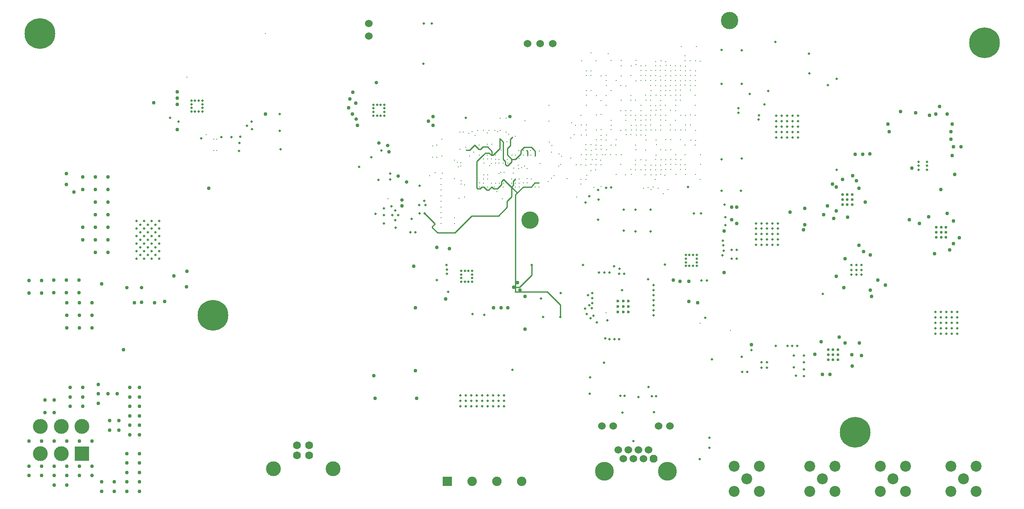
<source format=gbr>
%TF.GenerationSoftware,Altium Limited,Altium Designer,23.11.1 (41)*%
G04 Layer_Physical_Order=9*
G04 Layer_Color=32896*
%FSLAX45Y45*%
%MOMM*%
%TF.SameCoordinates,5B37CA9A-06B1-4671-AC7C-9F047A950D05*%
%TF.FilePolarity,Positive*%
%TF.FileFunction,Copper,L9,Inr,Signal*%
%TF.Part,Single*%
G01*
G75*
%TA.AperFunction,Conductor*%
%ADD103C,0.23978*%
%TA.AperFunction,ComponentPad*%
%ADD110C,6.20000*%
%ADD111C,3.50000*%
%ADD112C,2.20000*%
%ADD113C,3.00000*%
%ADD114R,3.00000X3.00000*%
%ADD115R,1.90500X1.90500*%
%ADD116C,1.90500*%
%ADD117C,1.60000*%
%ADD118C,0.60000*%
%ADD119C,1.52400*%
G04:AMPARAMS|DCode=120|XSize=1.524mm|YSize=1.524mm|CornerRadius=0mm|HoleSize=0mm|Usage=FLASHONLY|Rotation=0.000|XOffset=0mm|YOffset=0mm|HoleType=Round|Shape=Octagon|*
%AMOCTAGOND120*
4,1,8,0.76200,-0.38100,0.76200,0.38100,0.38100,0.76200,-0.38100,0.76200,-0.76200,0.38100,-0.76200,-0.38100,-0.38100,-0.76200,0.38100,-0.76200,0.76200,-0.38100,0.0*
%
%ADD120OCTAGOND120*%

%ADD121C,3.81000*%
%TA.AperFunction,ViaPad*%
%ADD122C,0.76200*%
%ADD123C,0.50000*%
%ADD124C,0.30480*%
%ADD125C,0.50800*%
%ADD126C,0.71120*%
%ADD127C,0.55880*%
D103*
X10115800Y4286000D02*
X10760960D01*
X10117240Y4376000D02*
Y6239924D01*
X9777839Y5820721D02*
X9947539Y5990421D01*
Y6114679D02*
X10039979Y6207119D01*
X9947539Y5990421D02*
Y6114679D01*
X10039979Y6207119D02*
Y6402664D01*
X8902700Y5481320D02*
X9242101Y5820721D01*
X9777839D01*
X8549988Y5481320D02*
X8902700D01*
X8447812Y5603360D02*
X8491448Y5646997D01*
X8447812Y5583497D02*
Y5603360D01*
Y5583497D02*
X8549988Y5481320D01*
X8292004Y5866304D02*
X8491448Y5666860D01*
Y5646997D02*
Y5666860D01*
X10234445Y7070649D02*
Y7135050D01*
X10300295Y7200900D01*
X10444480D01*
X10198082Y7034285D02*
X10234445Y7070649D01*
X10444480Y7200900D02*
X10502900Y7142480D01*
Y7140721D02*
Y7142480D01*
X10515600Y7030720D02*
Y7128021D01*
X10502900Y7140721D02*
X10515600Y7128021D01*
X10345420Y7138181D02*
X10363200Y7120401D01*
Y7038340D02*
Y7120401D01*
X10345420Y7138181D02*
Y7139940D01*
X10047948Y6959404D02*
X10048258Y6959714D01*
X10047948Y6908508D02*
Y6959404D01*
X9969500Y6830060D02*
X10047948Y6908508D01*
X9942124Y6830060D02*
X9969500D01*
X9914656Y6857528D02*
X9942124Y6830060D01*
X9873902Y6959324D02*
X9914656Y6918570D01*
Y6857528D02*
Y6918570D01*
X10048258Y6959714D02*
X10123511D01*
X10198082Y7034285D01*
X10020300Y7239066D02*
Y7366000D01*
X10064750Y7410450D01*
X9959340Y7178106D02*
X10020300Y7239066D01*
X9959340Y7048632D02*
Y7178106D01*
Y7048632D02*
X10048258Y6959714D01*
X9810750Y7374890D02*
X9873902Y7311738D01*
Y6959324D02*
Y7311738D01*
X9633933Y7043923D02*
X9649460Y7059449D01*
X9558020Y7211060D02*
X9649460Y7119620D01*
X9633933Y7042163D02*
Y7043923D01*
X9649460Y7059449D02*
Y7119620D01*
X9633933Y7042163D02*
X9671063D01*
X9810750Y7181850D01*
Y7374890D01*
X9465940Y7211060D02*
X9558020D01*
X9385043Y7163057D02*
X9417937D01*
X9302750Y7245350D02*
X9385043Y7163057D01*
X9417937D02*
X9465940Y7211060D01*
X9199880Y7142480D02*
X9302750Y7245350D01*
X9131300Y7142480D02*
X9199880D01*
X9471302Y7040571D02*
X9518556Y7087825D01*
X9345050Y6381436D02*
Y6914319D01*
X9471302Y7040571D01*
X9345050Y6381436D02*
X9359096Y6367390D01*
X9588272Y7087825D02*
X9633933Y7042163D01*
X9518556Y7087825D02*
X9588272D01*
X9359096Y6367390D02*
X9411334D01*
X9441560Y6397616D01*
X9488215D01*
X9489459Y6398860D01*
X9584281Y6342380D02*
X9641849Y6399948D01*
X9545939Y6342380D02*
X9584281D01*
X9489459Y6398860D02*
X9545939Y6342380D01*
X10157175Y6279860D02*
X10279980Y6402664D01*
X10117240Y6239924D02*
X10157175Y6279860D01*
Y6285468D01*
X10039979Y6402664D02*
X10157175Y6285468D01*
X10039979Y6402664D02*
X10080734Y6443419D01*
Y6520741D02*
X10119980Y6559987D01*
X10080734Y6443419D02*
Y6520741D01*
X9886208Y6555140D02*
X10038684Y6402664D01*
X9884912Y6555140D02*
X9886208D01*
X10038684Y6402664D02*
X10039979D01*
X9859357Y6531345D02*
X9883152Y6555140D01*
X9840074Y6514390D02*
X9857029Y6531345D01*
X9883152Y6555140D02*
X9884912D01*
X9857029Y6531345D02*
X9859357D01*
X9840074Y6451714D02*
Y6514390D01*
X9753881Y6365521D02*
X9840074Y6451714D01*
X9678034Y6365521D02*
X9753881D01*
X9643608Y6399948D02*
X9678034Y6365521D01*
X9641849Y6399948D02*
X9643608D01*
X10760960Y4286000D02*
X11026140Y4020820D01*
Y3779520D02*
Y4020820D01*
X10454640Y4625340D02*
Y4826000D01*
X10205300Y4376000D02*
X10454640Y4625340D01*
X10117240Y4376000D02*
X10205300D01*
X10116520Y4286720D02*
Y4375280D01*
X10117240Y4376000D01*
X10115800Y4286000D02*
X10116520Y4286720D01*
X10279980Y6402664D02*
X10439980D01*
X10477438Y6446458D02*
X10513651Y6482671D01*
X10439980Y6402664D02*
X10477438Y6440122D01*
Y6446458D01*
X10513651Y6482671D02*
X10590887D01*
D110*
X16967200Y1447800D02*
D03*
X19574646Y9311709D02*
D03*
X533400Y9499600D02*
D03*
X4025798Y3806550D02*
D03*
D111*
X14438298Y9761666D02*
D03*
X10418298Y5731666D02*
D03*
D112*
X19151601Y507200D02*
D03*
X19405600Y761200D02*
D03*
Y253200D02*
D03*
X18897600D02*
D03*
Y761200D02*
D03*
X17729201Y508000D02*
D03*
X17983200Y762000D02*
D03*
Y254000D02*
D03*
X17475200D02*
D03*
Y762000D02*
D03*
X16306799Y508000D02*
D03*
X16560800Y762000D02*
D03*
Y254000D02*
D03*
X16052800D02*
D03*
Y762000D02*
D03*
X14782800Y508000D02*
D03*
X15036800Y762000D02*
D03*
Y254000D02*
D03*
X14528799D02*
D03*
Y762000D02*
D03*
D113*
X545200Y1017050D02*
D03*
X965200D02*
D03*
X545200Y1567050D02*
D03*
X965200D02*
D03*
X1385200D02*
D03*
X5240000Y711200D02*
D03*
X6444000D02*
D03*
D114*
X1385200Y1017050D02*
D03*
D115*
X8749600Y457200D02*
D03*
D116*
X9249600D02*
D03*
X9749600D02*
D03*
X10249600D02*
D03*
D117*
X5967000Y1181200D02*
D03*
X5717000D02*
D03*
X5967000Y981200D02*
D03*
X5717000D02*
D03*
D118*
X12400600Y4095600D02*
D03*
Y3988600D02*
D03*
Y3881600D02*
D03*
X12293600Y4095600D02*
D03*
Y3988600D02*
D03*
Y3881600D02*
D03*
X12186600Y4095600D02*
D03*
Y3988600D02*
D03*
Y3881600D02*
D03*
D119*
X13004800Y1574800D02*
D03*
X12090400D02*
D03*
X13233400D02*
D03*
X12192000Y1092200D02*
D03*
X12395200D02*
D03*
X12598400D02*
D03*
X12801601D02*
D03*
X12293600Y914400D02*
D03*
X12496800D02*
D03*
X12700000D02*
D03*
X11861800Y1574800D02*
D03*
X7162800Y9702800D02*
D03*
Y9448800D02*
D03*
X10871200Y9296400D02*
D03*
X10363200D02*
D03*
X10617200D02*
D03*
D120*
X12903200Y914400D02*
D03*
D121*
X11912600Y660400D02*
D03*
X13182600D02*
D03*
D122*
X2222500Y3111500D02*
D03*
X571500Y4254500D02*
D03*
Y4508500D02*
D03*
X317500Y4254500D02*
D03*
Y4508500D02*
D03*
X1079500Y3810000D02*
D03*
Y3556000D02*
D03*
Y4064000D02*
D03*
X817791Y4517800D02*
D03*
Y4263800D02*
D03*
X1325791Y4517800D02*
D03*
X1071791D02*
D03*
X1325791Y4263800D02*
D03*
X1071791D02*
D03*
X1587500Y4064000D02*
D03*
X1333500D02*
D03*
X1587500Y3556000D02*
D03*
Y3810000D02*
D03*
X1333500Y3556000D02*
D03*
Y3810000D02*
D03*
X1219200Y6299200D02*
D03*
X1778000Y4445000D02*
D03*
X1905000Y5080000D02*
D03*
X1651000D02*
D03*
Y6096000D02*
D03*
Y5842000D02*
D03*
Y5588000D02*
D03*
X1905000Y6096000D02*
D03*
Y5842000D02*
D03*
Y5588000D02*
D03*
X1397000D02*
D03*
X1905000Y5334000D02*
D03*
X1651000D02*
D03*
X1397000D02*
D03*
Y6350000D02*
D03*
X1651000D02*
D03*
X1905000D02*
D03*
X1397000Y6604000D02*
D03*
X1651000D02*
D03*
X1905000D02*
D03*
X15661127Y5889671D02*
D03*
X15925800Y5537200D02*
D03*
X15951199Y5638800D02*
D03*
Y5969000D02*
D03*
X16332201Y5842000D02*
D03*
X16408400Y6019800D02*
D03*
X16510736Y6461760D02*
D03*
X16535400Y5765800D02*
D03*
X16814799Y5791200D02*
D03*
X16586200Y5918200D02*
D03*
Y6400800D02*
D03*
X16713200Y6553200D02*
D03*
X16992599Y6527800D02*
D03*
X16916400Y6629400D02*
D03*
X17170399Y6096000D02*
D03*
X17043401Y6375400D02*
D03*
X18872200Y5130800D02*
D03*
X18059399Y5740400D02*
D03*
X18262601Y5664200D02*
D03*
X18567400Y5054600D02*
D03*
X18948399Y5257800D02*
D03*
X19067780Y5377180D02*
D03*
X18948399Y5715000D02*
D03*
X18821400Y5867400D02*
D03*
X18449211Y5796400D02*
D03*
X18465800Y7848600D02*
D03*
X18592799Y7874000D02*
D03*
X18821400D02*
D03*
X17627600Y7670800D02*
D03*
X17653000Y7518400D02*
D03*
X18186400Y7899400D02*
D03*
X17881599Y7924800D02*
D03*
X18694400Y6350000D02*
D03*
X18110201Y6781800D02*
D03*
X18973801Y6654800D02*
D03*
X18923000Y7035800D02*
D03*
X19100800Y7213600D02*
D03*
X18948399D02*
D03*
X18897600Y7366000D02*
D03*
Y7518400D02*
D03*
X18923000Y7670800D02*
D03*
X18669000Y8026400D02*
D03*
X17272000Y5029200D02*
D03*
X17043401Y5224780D02*
D03*
X17136404Y5096805D02*
D03*
X16764000Y4953000D02*
D03*
X17576801Y4419600D02*
D03*
X17424400Y4521200D02*
D03*
X17272000Y4318000D02*
D03*
X16586200Y4597400D02*
D03*
X16738600Y4368800D02*
D03*
X17297400Y4191000D02*
D03*
X16648198Y3367002D02*
D03*
X16154401Y3022600D02*
D03*
X16306799Y2616200D02*
D03*
X16459998Y2616998D02*
D03*
X16913206Y2784135D02*
D03*
X17094200Y2997200D02*
D03*
X17052296Y3251200D02*
D03*
X16901402Y3012198D02*
D03*
X16764000Y3251200D02*
D03*
X16281400Y3276600D02*
D03*
X8534400Y5181600D02*
D03*
X8788400Y5156200D02*
D03*
X8712200Y4140200D02*
D03*
X7264400Y2590800D02*
D03*
X7289800Y2133600D02*
D03*
X8128000D02*
D03*
X8102600Y2692400D02*
D03*
X8075400Y4802400D02*
D03*
X8102600Y3962400D02*
D03*
X9829800D02*
D03*
X9677400D02*
D03*
X9964400Y3962059D02*
D03*
X10312400Y3530600D02*
D03*
Y4191000D02*
D03*
X10210800Y4318000D02*
D03*
X10083800Y4376000D02*
D03*
X10160000Y4470400D02*
D03*
X13792200Y4064000D02*
D03*
X14478000Y5994400D02*
D03*
X14579601D02*
D03*
Y5664200D02*
D03*
X14478000Y5740400D02*
D03*
X14325600Y5511800D02*
D03*
Y4673600D02*
D03*
X13302000Y4523627D02*
D03*
X13614400Y4089400D02*
D03*
X13435201Y4499200D02*
D03*
X13614400Y4495800D02*
D03*
X6832600Y7874000D02*
D03*
X6937790Y7641810D02*
D03*
X8458200Y7645400D02*
D03*
Y7823200D02*
D03*
X8371790Y7731810D02*
D03*
X7569200Y7112000D02*
D03*
X6784810Y8181810D02*
D03*
X6904707Y8091810D02*
D03*
X6756400Y8001000D02*
D03*
X6846990Y8316810D02*
D03*
X7837408Y6016679D02*
D03*
X3937000Y6375400D02*
D03*
X2844800Y4064000D02*
D03*
X3048000Y4089400D02*
D03*
X3493810Y4382810D02*
D03*
X3501390Y4702810D02*
D03*
X3235706Y4607306D02*
D03*
X2438400Y4064000D02*
D03*
X2585806Y4068994D02*
D03*
X3302000Y7556500D02*
D03*
X2832540Y8103040D02*
D03*
X3302000Y8064500D02*
D03*
Y8318500D02*
D03*
Y8191500D02*
D03*
X5080000Y7874000D02*
D03*
X14876781Y3220720D02*
D03*
X17119600Y7061200D02*
D03*
X17270139Y7067129D02*
D03*
X16967200Y7061200D02*
D03*
X1066800Y6671060D02*
D03*
Y6451600D02*
D03*
X2129040Y1683967D02*
D03*
Y1493467D02*
D03*
X1938540D02*
D03*
Y1683967D02*
D03*
X1397000Y2349500D02*
D03*
Y2159000D02*
D03*
Y1968500D02*
D03*
X1143000Y2349500D02*
D03*
Y2159000D02*
D03*
Y1968500D02*
D03*
X1333500Y1270000D02*
D03*
X1587500D02*
D03*
X825500D02*
D03*
X1079500D02*
D03*
X317500D02*
D03*
X571500D02*
D03*
Y762000D02*
D03*
X317500D02*
D03*
X635000Y1841500D02*
D03*
Y2095500D02*
D03*
X825500Y1841500D02*
D03*
Y2095500D02*
D03*
X571500Y571500D02*
D03*
X317500D02*
D03*
X825500Y381000D02*
D03*
X1079500D02*
D03*
X1587500Y571500D02*
D03*
X1333500D02*
D03*
X1079500D02*
D03*
X825500D02*
D03*
Y762000D02*
D03*
X1079500D02*
D03*
X1333500D02*
D03*
X1587500D02*
D03*
X1905000Y2222500D02*
D03*
X2349500Y1587500D02*
D03*
Y1778000D02*
D03*
X2095500Y2222500D02*
D03*
X2349500Y1397000D02*
D03*
X1714500Y2032000D02*
D03*
X2540000Y1016000D02*
D03*
X2286000D02*
D03*
X2540000Y825500D02*
D03*
X2286000D02*
D03*
X2540000Y635000D02*
D03*
X2286000D02*
D03*
X2540000Y444500D02*
D03*
X2286000D02*
D03*
X2032000D02*
D03*
X1778000D02*
D03*
Y254000D02*
D03*
X2032000D02*
D03*
X2286000D02*
D03*
X2540000D02*
D03*
X1714500Y2222500D02*
D03*
Y2413000D02*
D03*
X2540000Y2349500D02*
D03*
X2349500D02*
D03*
Y2159000D02*
D03*
Y1968500D02*
D03*
X2540000Y1397000D02*
D03*
Y1587500D02*
D03*
Y1778000D02*
D03*
Y1968500D02*
D03*
Y2159000D02*
D03*
D123*
X18416400Y6751400D02*
D03*
Y6829400D02*
D03*
Y6907400D02*
D03*
X18244400D02*
D03*
Y6829400D02*
D03*
Y6751400D02*
D03*
X7697408Y5734796D02*
D03*
X7754908Y5829796D02*
D03*
X7639908D02*
D03*
X7697408Y5924796D02*
D03*
X7477600Y7915310D02*
D03*
Y7988310D02*
D03*
Y8061810D02*
D03*
X7331065Y7841770D02*
D03*
X7404065D02*
D03*
X7477565D02*
D03*
X7257400Y7915310D02*
D03*
Y7841810D02*
D03*
Y7988310D02*
D03*
Y8061810D02*
D03*
X7331100D02*
D03*
X7404100D02*
D03*
X13555200Y4951600D02*
D03*
Y4878600D02*
D03*
Y4804900D02*
D03*
X13628700D02*
D03*
X13775200D02*
D03*
X13701700D02*
D03*
X13775240Y5025065D02*
D03*
Y4951565D02*
D03*
Y4878565D02*
D03*
X13555200Y5025100D02*
D03*
X13628700D02*
D03*
X13701700D02*
D03*
X3810035Y7998340D02*
D03*
Y8071339D02*
D03*
Y8144839D02*
D03*
X3663500Y7924800D02*
D03*
X3736500D02*
D03*
X3810000D02*
D03*
X3589835Y7998340D02*
D03*
Y7924840D02*
D03*
Y8071339D02*
D03*
Y8144839D02*
D03*
X3663535D02*
D03*
X3736535D02*
D03*
X15814799Y7400000D02*
D03*
X15704800D02*
D03*
X15594800D02*
D03*
X15484801D02*
D03*
X15374800D02*
D03*
X15814799Y7510000D02*
D03*
X15704800D02*
D03*
X15594800D02*
D03*
X15484801D02*
D03*
X15374800D02*
D03*
X15814799Y7620000D02*
D03*
X15704800D02*
D03*
X15594800D02*
D03*
X15484801D02*
D03*
X15374800D02*
D03*
X15814799Y7730000D02*
D03*
X15704800D02*
D03*
X15594800D02*
D03*
X15484801D02*
D03*
X15374800D02*
D03*
X15814799Y7840000D02*
D03*
X15704800D02*
D03*
X15594800D02*
D03*
X15484801D02*
D03*
X15374800D02*
D03*
X17097539Y4627652D02*
D03*
X16997539D02*
D03*
Y4827652D02*
D03*
X16897539D02*
D03*
Y4627652D02*
D03*
Y4727652D02*
D03*
X16997539D02*
D03*
X17097539Y4827652D02*
D03*
Y4727652D02*
D03*
X15193401Y2861700D02*
D03*
Y2751700D02*
D03*
X15083400Y2861700D02*
D03*
Y2751700D02*
D03*
X9249500Y4559500D02*
D03*
Y4632500D02*
D03*
Y4706000D02*
D03*
X9102965Y4485960D02*
D03*
X9175965D02*
D03*
X9249465D02*
D03*
X9029300Y4559500D02*
D03*
Y4486000D02*
D03*
Y4632500D02*
D03*
Y4706000D02*
D03*
X9103000D02*
D03*
X9176000D02*
D03*
X18584399Y3877600D02*
D03*
X18694400D02*
D03*
X18804401D02*
D03*
X18914400D02*
D03*
X19024400D02*
D03*
X18584399Y3767600D02*
D03*
X18694400D02*
D03*
X18804401D02*
D03*
X18914400D02*
D03*
X19024400D02*
D03*
X18584399Y3657600D02*
D03*
X18694400D02*
D03*
X18804401D02*
D03*
X18914400D02*
D03*
X19024400D02*
D03*
X18584399Y3547600D02*
D03*
X18694400D02*
D03*
X18804401D02*
D03*
X18914400D02*
D03*
X19024400D02*
D03*
X18584399Y3437600D02*
D03*
X18694400D02*
D03*
X18804401D02*
D03*
X18914400D02*
D03*
X19024400D02*
D03*
X15409200Y5228300D02*
D03*
X15299200D02*
D03*
X15189200D02*
D03*
X15079201D02*
D03*
X14969200D02*
D03*
X15409200Y5338300D02*
D03*
X15299200D02*
D03*
X15189200D02*
D03*
X15079201D02*
D03*
X14969200D02*
D03*
X15409200Y5448300D02*
D03*
X15299200D02*
D03*
X15189200D02*
D03*
X15079201D02*
D03*
X14969200D02*
D03*
X15409200Y5558300D02*
D03*
X15299200D02*
D03*
X15189200D02*
D03*
X15079201D02*
D03*
X14969200D02*
D03*
X15409200Y5668300D02*
D03*
X15299200D02*
D03*
X15189200D02*
D03*
X15079201D02*
D03*
X14969200D02*
D03*
X9008800Y1972800D02*
D03*
Y2082800D02*
D03*
Y2192800D02*
D03*
X9118800Y1972800D02*
D03*
Y2082800D02*
D03*
Y2192800D02*
D03*
X9228800Y1972800D02*
D03*
Y2082800D02*
D03*
Y2192800D02*
D03*
X9338800Y1972800D02*
D03*
Y2082800D02*
D03*
Y2192800D02*
D03*
X9448800Y1972800D02*
D03*
Y2082800D02*
D03*
Y2192800D02*
D03*
X9558800Y1972800D02*
D03*
Y2082800D02*
D03*
Y2192800D02*
D03*
X9668800Y1972800D02*
D03*
Y2082800D02*
D03*
Y2192800D02*
D03*
X9778800Y1972800D02*
D03*
Y2082800D02*
D03*
Y2192800D02*
D03*
X9888800Y1972800D02*
D03*
Y2082800D02*
D03*
Y2192800D02*
D03*
D124*
X10117598Y7421102D02*
D03*
X8892588Y5778500D02*
D03*
Y6944360D02*
D03*
X8623300Y5664200D02*
D03*
X13849350Y3651250D02*
D03*
X14452600Y3505200D02*
D03*
X3500540Y8618640D02*
D03*
X3884835Y7456265D02*
D03*
X4102100Y7137400D02*
D03*
X4038600D02*
D03*
Y7366000D02*
D03*
X4102100D02*
D03*
X10797540Y8054340D02*
D03*
X10795000Y7733050D02*
D03*
X10317500Y7739400D02*
D03*
X9873902Y6879987D02*
D03*
X9954225Y7315200D02*
D03*
X10051413Y7043810D02*
D03*
X9830678Y7144142D02*
D03*
X9391480Y7243216D02*
D03*
X10198082Y7034285D02*
D03*
X9131300Y7142480D02*
D03*
X9302750Y7245350D02*
D03*
X8986520Y6172200D02*
D03*
X9024620Y6456680D02*
D03*
X8968740Y6804660D02*
D03*
X8950960Y6901180D02*
D03*
X10184939Y7135321D02*
D03*
X10064750Y7410450D02*
D03*
X9810750Y7374890D02*
D03*
X9645650Y7263130D02*
D03*
X9552618Y7264400D02*
D03*
X9555480Y7493000D02*
D03*
X9633933Y7042163D02*
D03*
X9987280Y7470140D02*
D03*
X9761220Y7518400D02*
D03*
X9311640Y7439660D02*
D03*
X9123680Y7203440D02*
D03*
X9552618Y7043020D02*
D03*
X9093200Y6197600D02*
D03*
X10039980Y6479987D02*
D03*
X10124458Y6479987D02*
D03*
X12446000Y6756400D02*
D03*
X11945620Y3863340D02*
D03*
X13137086Y6641132D02*
D03*
X13051463Y6655510D02*
D03*
X13103860Y6261100D02*
D03*
X12999977Y6374126D02*
D03*
X12899977Y6400996D02*
D03*
X13195300Y6351009D02*
D03*
X13151463Y6755510D02*
D03*
X12799977Y6390026D02*
D03*
X12458700Y6654800D02*
D03*
X12851129Y6840967D02*
D03*
X12755880Y6945630D02*
D03*
X12338100Y6642100D02*
D03*
X12748260Y7147560D02*
D03*
X12651184Y6950202D02*
D03*
X12649200Y6748780D02*
D03*
X12544454Y6751474D02*
D03*
Y6851474D02*
D03*
X13251463Y6755510D02*
D03*
X13048489Y6844464D02*
D03*
X13251463Y6955510D02*
D03*
Y6855510D02*
D03*
X13451463Y6755510D02*
D03*
X13551463D02*
D03*
X13444453Y6851474D02*
D03*
X13351463Y6855510D02*
D03*
Y6655510D02*
D03*
X13155499Y6948500D02*
D03*
X13351463Y7055510D02*
D03*
X13251463Y7155510D02*
D03*
X13749020Y8549640D02*
D03*
X13545821Y8839200D02*
D03*
X12750800Y8750300D02*
D03*
X12951460Y8549640D02*
D03*
X13251180D02*
D03*
X13548360Y8651240D02*
D03*
X13654865Y8449135D02*
D03*
X13540286Y8458200D02*
D03*
X13645090Y8550839D02*
D03*
Y8950839D02*
D03*
X13749126Y8945099D02*
D03*
X13645090Y8750839D02*
D03*
X13650829Y8654875D02*
D03*
X13549126Y8745099D02*
D03*
X13545090Y8950839D02*
D03*
Y9050839D02*
D03*
X13650829Y7654875D02*
D03*
X13345090Y7750839D02*
D03*
X13454865Y7549135D02*
D03*
X13345090Y7550839D02*
D03*
X13245090D02*
D03*
X13049126Y7645099D02*
D03*
Y7845099D02*
D03*
X13050830Y7954875D02*
D03*
X12750829Y8154875D02*
D03*
X12850830D02*
D03*
X12745089Y8250839D02*
D03*
X12849126Y8245099D02*
D03*
X12954053Y8259088D02*
D03*
X13454865Y7849135D02*
D03*
X13245090Y7950839D02*
D03*
X13145090Y8050839D02*
D03*
X13045090D02*
D03*
X13254865Y8249135D02*
D03*
X13049126Y8245099D02*
D03*
X13145090Y8250839D02*
D03*
X13045090Y8850839D02*
D03*
X13157201Y8851900D02*
D03*
X12945090Y8850839D02*
D03*
Y8650839D02*
D03*
X13150830Y8654875D02*
D03*
X13245090Y8450839D02*
D03*
X13354865Y8149135D02*
D03*
X13450830Y8254875D02*
D03*
X13350830Y8354875D02*
D03*
X13151974Y8932649D02*
D03*
X13045090Y8750839D02*
D03*
X13044455Y8637305D02*
D03*
X12947981Y8932645D02*
D03*
X12845090Y8550839D02*
D03*
X12745089D02*
D03*
X12945090Y8450839D02*
D03*
X13049126Y8445099D02*
D03*
X13054865Y8949135D02*
D03*
X13249126Y8745099D02*
D03*
X13145090Y8750839D02*
D03*
X13249126Y8645099D02*
D03*
X13445090Y8850839D02*
D03*
Y8750839D02*
D03*
X13350830Y8654875D02*
D03*
X13450830D02*
D03*
X13449126Y8545099D02*
D03*
X13550830Y8554875D02*
D03*
X13450830Y8454875D02*
D03*
X13354865Y8449135D02*
D03*
X13049126Y8345099D02*
D03*
X13149126D02*
D03*
X13144501Y8547100D02*
D03*
X13149126Y8445099D02*
D03*
X12650469Y8552497D02*
D03*
Y8651987D02*
D03*
X12651572Y8753600D02*
D03*
X12848489Y8644464D02*
D03*
X12851463Y8755510D02*
D03*
X12549977Y8870475D02*
D03*
X12553490Y8953500D02*
D03*
X12152864Y8547100D02*
D03*
X11950982Y8548700D02*
D03*
X13151463Y6855510D02*
D03*
X13055499Y6948500D02*
D03*
Y6748500D02*
D03*
X12852400Y6350000D02*
D03*
X12848489Y6744464D02*
D03*
X12738100Y6642100D02*
D03*
X12740482Y6844528D02*
D03*
X11950700Y8648700D02*
D03*
X11849100Y7861300D02*
D03*
X11751464Y7855510D02*
D03*
X12052300Y7556500D02*
D03*
X12966701Y7251700D02*
D03*
X13150850Y7143750D02*
D03*
X13244453Y7651474D02*
D03*
X13551463Y7655510D02*
D03*
X13550900Y7848600D02*
D03*
X13347701Y7937500D02*
D03*
X13356064Y8255000D02*
D03*
X13235141Y8346187D02*
D03*
X12351464Y7455510D02*
D03*
X12700000Y6376409D02*
D03*
X12955499Y6648500D02*
D03*
X12943840Y6555740D02*
D03*
X12855499Y6648500D02*
D03*
X12748490Y6744464D02*
D03*
X12944453Y6751474D02*
D03*
X12948489Y6844464D02*
D03*
X12959081Y7045960D02*
D03*
X12448490Y8244464D02*
D03*
X12348490Y7744464D02*
D03*
X13844453Y6551474D02*
D03*
X13551463Y6655510D02*
D03*
X13544453Y6851474D02*
D03*
X13851463Y7055510D02*
D03*
X13544453Y7251474D02*
D03*
X12951463Y6955510D02*
D03*
X13251463Y7355510D02*
D03*
X13744450Y7851471D02*
D03*
X13744453Y8251474D02*
D03*
Y8651474D02*
D03*
X13848489Y8944464D02*
D03*
X13348489Y8844464D02*
D03*
X12451464Y8655510D02*
D03*
X12655500Y8848500D02*
D03*
X12255500D02*
D03*
X12251464Y8955510D02*
D03*
X11444454Y7851474D02*
D03*
X12048490Y7744464D02*
D03*
Y7244464D02*
D03*
X12247880Y6855460D02*
D03*
X11851640Y6405880D02*
D03*
X12538098Y6942099D02*
D03*
X13544453Y7051474D02*
D03*
X13751463Y6655510D02*
D03*
X12037660Y7055410D02*
D03*
X11871960Y7056120D02*
D03*
X11841480Y6944360D02*
D03*
X11936310Y7053580D02*
D03*
X11736345Y6745245D02*
D03*
X11744960Y6845881D02*
D03*
X11561911Y6636851D02*
D03*
X12551464Y7155510D02*
D03*
X12544454Y7251474D02*
D03*
X13051463Y7155510D02*
D03*
X13151463Y7355510D02*
D03*
X13851463Y6855510D02*
D03*
X13051463Y8555510D02*
D03*
X13451463Y8355510D02*
D03*
Y8155510D02*
D03*
X13351463Y8055510D02*
D03*
X13651463Y7855510D02*
D03*
X13744453Y8051474D02*
D03*
X13651463Y8355510D02*
D03*
X13744453Y8451474D02*
D03*
X13771523Y9238563D02*
D03*
X13461313Y9234527D02*
D03*
X13748489Y8744464D02*
D03*
X13344453Y8551474D02*
D03*
Y8751474D02*
D03*
X13246100Y8851900D02*
D03*
X11645900Y9105900D02*
D03*
X11988800Y9093200D02*
D03*
X11849100Y7442200D02*
D03*
X12052300Y7645400D02*
D03*
X12151464Y6655510D02*
D03*
X13455499Y6948500D02*
D03*
X13351463Y6955510D02*
D03*
X13451463Y7355510D02*
D03*
X13655499Y7348500D02*
D03*
X13748489Y7344464D02*
D03*
X13744453Y7251474D02*
D03*
X13551463Y7555510D02*
D03*
X13748489Y7544464D02*
D03*
X12455500Y7648500D02*
D03*
X12451464Y7455510D02*
D03*
X12555500Y7448500D02*
D03*
X12755500Y7348500D02*
D03*
X12648490Y7544464D02*
D03*
X12655500Y7448500D02*
D03*
X12555500Y7648500D02*
D03*
X12651464Y7655510D02*
D03*
X12855499Y7548500D02*
D03*
X12751464Y7755510D02*
D03*
X12748490Y7644464D02*
D03*
X12751464Y7555510D02*
D03*
X12748490Y7444464D02*
D03*
X12955499Y7348500D02*
D03*
X12951463Y7555510D02*
D03*
X13051463D02*
D03*
Y7755510D02*
D03*
X12844453Y7751474D02*
D03*
Y7651474D02*
D03*
X13155499Y7748500D02*
D03*
X13148486Y7844461D02*
D03*
X13048489Y8144464D02*
D03*
X12948489Y8044464D02*
D03*
X12844453Y8451474D02*
D03*
X12855499Y8348500D02*
D03*
X12744454Y8651474D02*
D03*
X12949277Y8750987D02*
D03*
X12748490Y8844464D02*
D03*
X12455500Y8848500D02*
D03*
X12548490Y8544464D02*
D03*
X12244454Y8451474D02*
D03*
X12348490Y8444464D02*
D03*
X11955500Y8448500D02*
D03*
X12255500Y8648500D02*
D03*
X11455500Y8948500D02*
D03*
X12051464Y8955510D02*
D03*
X11744454Y8951474D02*
D03*
X11555500Y8748500D02*
D03*
X11648490Y8744464D02*
D03*
X11848490Y8644464D02*
D03*
X11644454Y8651474D02*
D03*
X11551464Y8655510D02*
D03*
X11648490Y8344464D02*
D03*
X11551464Y8055510D02*
D03*
Y8255510D02*
D03*
X11555500Y8348500D02*
D03*
X11755500Y8248500D02*
D03*
X12048490Y8344464D02*
D03*
X11948490Y8244464D02*
D03*
X11951464Y8055510D02*
D03*
X11848489Y8144461D02*
D03*
X12251464Y8155510D02*
D03*
X12451464D02*
D03*
X12848489Y8044464D02*
D03*
X12544454Y8151474D02*
D03*
X12651464Y8055510D02*
D03*
X12951463Y7855510D02*
D03*
X12848489Y7844464D02*
D03*
X12955499Y7948500D02*
D03*
X12855499D02*
D03*
X12648490Y7944464D02*
D03*
X12448490D02*
D03*
X12248490D02*
D03*
X12348490D02*
D03*
X12348488Y7844461D02*
D03*
X12447627Y7849287D02*
D03*
X12755500Y7848500D02*
D03*
X12655500D02*
D03*
X12544454Y7851474D02*
D03*
X12648490Y7744464D02*
D03*
X12544454Y7751474D02*
D03*
X12555500Y7548500D02*
D03*
X12248490Y7544464D02*
D03*
X12455500Y7548500D02*
D03*
X12344454Y7551474D02*
D03*
X12153900Y7353300D02*
D03*
X12151464Y7055510D02*
D03*
X12255500Y7048500D02*
D03*
X11031220Y6859940D02*
D03*
X11644555D02*
D03*
X11843461Y7556500D02*
D03*
X11699977Y6388100D02*
D03*
X9721295Y7039987D02*
D03*
X9588500Y7543800D02*
D03*
X9563100Y6642100D02*
D03*
X9859010Y6160770D02*
D03*
X7551358Y6167058D02*
D03*
X8394700Y6629400D02*
D03*
X8502650Y6686550D02*
D03*
X8540750Y7245350D02*
D03*
X8451850Y7232650D02*
D03*
X8540750Y7004050D02*
D03*
X8451850D02*
D03*
X8890000Y5664200D02*
D03*
X9004300Y7505700D02*
D03*
X9931400Y7785100D02*
D03*
X9817100D02*
D03*
X8636000Y7366000D02*
D03*
Y7023100D02*
D03*
X8648700Y6680200D02*
D03*
X8623300Y6565900D02*
D03*
Y6451600D02*
D03*
Y6337300D02*
D03*
Y6223000D02*
D03*
Y6108700D02*
D03*
Y5994400D02*
D03*
Y5880100D02*
D03*
Y5778500D02*
D03*
X10199980Y6559987D02*
D03*
X10119980D02*
D03*
X10039980D02*
D03*
X9873902Y6959324D02*
D03*
X9786714Y6879987D02*
D03*
X9067800Y7505700D02*
D03*
X9182100Y7480300D02*
D03*
X9098262Y6443962D02*
D03*
X9029700Y6527800D02*
D03*
X8890000Y6565900D02*
D03*
X9486900Y6642100D02*
D03*
X9478377Y6558669D02*
D03*
X9563100Y6564378D02*
D03*
X9601200Y6832600D02*
D03*
X9194800Y7023100D02*
D03*
X9931400Y7506896D02*
D03*
X10048258Y6959714D02*
D03*
X9957296Y6959987D02*
D03*
X9964438Y6883042D02*
D03*
X10353642Y6774780D02*
D03*
X9894792Y6692834D02*
D03*
X10846853Y6582193D02*
D03*
X10303434Y6821496D02*
D03*
X10896600Y6629400D02*
D03*
X9826239Y6694767D02*
D03*
X9017000Y6888480D02*
D03*
Y6819900D02*
D03*
X9004300Y7162801D02*
D03*
X9283700Y7099300D02*
D03*
X9389987Y7041553D02*
D03*
X9479979Y6477354D02*
D03*
X9245600Y7518400D02*
D03*
X9471302Y7040571D02*
D03*
X9817100Y7543800D02*
D03*
X9702800D02*
D03*
X9474200D02*
D03*
X9359900D02*
D03*
X11744555Y6960656D02*
D03*
X11760646Y7055410D02*
D03*
X11353800Y6197600D02*
D03*
X9634914Y6965052D02*
D03*
X9559980D02*
D03*
X9639979Y6878671D02*
D03*
X9479980Y6965052D02*
D03*
X9483729Y6883737D02*
D03*
X9398000Y6484620D02*
D03*
X9396899Y6402239D02*
D03*
X9489459Y6398860D02*
D03*
X9641849Y6399948D02*
D03*
X9745980Y6307045D02*
D03*
X10083833Y6778660D02*
D03*
X11546840Y7150100D02*
D03*
X11549978Y7049986D02*
D03*
X10180466Y6843350D02*
D03*
X11449977Y7049986D02*
D03*
X10185530Y6774957D02*
D03*
X11541760Y6957060D02*
D03*
X10993120Y6827538D02*
D03*
X11541660Y7256163D02*
D03*
X11048475Y7022920D02*
D03*
X10195560Y6972300D02*
D03*
X11640820Y7259320D02*
D03*
X11666220Y6951980D02*
D03*
X11646037Y7050903D02*
D03*
X11442869Y6553031D02*
D03*
X11849100Y7243025D02*
D03*
X11239500Y7394734D02*
D03*
X10857359Y7240140D02*
D03*
X9697474Y6400370D02*
D03*
X10623207Y6873288D02*
D03*
X10607040Y7129780D02*
D03*
X11236912Y6982460D02*
D03*
X10076180Y6683412D02*
D03*
X10284460Y7043420D02*
D03*
X10363200Y7038340D02*
D03*
X10283999Y7135321D02*
D03*
X10345420Y7139940D02*
D03*
X10502900Y7142480D02*
D03*
X10426700Y7137400D02*
D03*
X10119980Y7039985D02*
D03*
X10432010Y7039957D02*
D03*
X10515600Y7030720D02*
D03*
X10997852Y7069185D02*
D03*
X10850880Y7099950D02*
D03*
X11742420Y7163775D02*
D03*
X11655400Y7139318D02*
D03*
X10777220Y6507480D02*
D03*
X10195987Y6402664D02*
D03*
X10279980D02*
D03*
X11163300Y6573520D02*
D03*
X10590887Y6482671D02*
D03*
X10359980Y6401356D02*
D03*
Y6482671D02*
D03*
X10592658Y6400863D02*
D03*
X10359982Y6565892D02*
D03*
X10442235Y6565295D02*
D03*
X9799320Y6479540D02*
D03*
X9878060Y6398260D02*
D03*
X11744960Y7251100D02*
D03*
X9719979Y6879987D02*
D03*
X10124458Y6402664D02*
D03*
X10439980D02*
D03*
X10515600Y6403322D02*
D03*
X10279811Y6484638D02*
D03*
X9639300Y6477000D02*
D03*
X9720580Y6479540D02*
D03*
X9879983Y6479987D02*
D03*
X9884912Y6555140D02*
D03*
X11851040Y6850380D02*
D03*
X11442759Y6460656D02*
D03*
X10251440Y6789420D02*
D03*
X9786714Y6963729D02*
D03*
X11328400Y7645418D02*
D03*
X11303000Y7454900D02*
D03*
X11955780Y7155180D02*
D03*
X11845459Y7158821D02*
D03*
X11449977Y7649986D02*
D03*
X11549978Y7649986D02*
D03*
X10807700Y7302500D02*
D03*
X11645900Y6731000D02*
D03*
X9791700Y6667500D02*
D03*
X9720355Y6959987D02*
D03*
X10039979Y6402664D02*
D03*
X12146002Y7250431D02*
D03*
X11544300Y6553200D02*
D03*
X11539308Y6844564D02*
D03*
X9559980Y6399987D02*
D03*
X11345290Y6845300D02*
D03*
X10199980Y6479987D02*
D03*
X11445290Y6845300D02*
D03*
X11252200Y7696200D02*
D03*
X11751690Y7554064D02*
D03*
X11545900Y7551700D02*
D03*
X11549978Y7449986D02*
D03*
X11449978D02*
D03*
X11954055Y7448274D02*
D03*
X11948264Y7345910D02*
D03*
X11851690Y7354064D02*
D03*
X11751690D02*
D03*
X5080000Y9499600D02*
D03*
D125*
X8534400Y4521200D02*
D03*
X13604160Y6399987D02*
D03*
X15360304Y9326880D02*
D03*
X5384800Y7162800D02*
D03*
X5372100Y7531100D02*
D03*
Y7874000D02*
D03*
X4546600Y7124700D02*
D03*
X4559300Y7289800D02*
D03*
X4572000Y7416800D02*
D03*
X4394200Y7404100D02*
D03*
X4191000D02*
D03*
X4711700Y7632700D02*
D03*
X4813300Y7569200D02*
D03*
X4800600Y7721600D02*
D03*
X15773399Y2590800D02*
D03*
X15735300Y2755900D02*
D03*
Y2997200D02*
D03*
X15938499D02*
D03*
Y2857500D02*
D03*
Y2717800D02*
D03*
Y2578100D02*
D03*
X14681200Y2971800D02*
D03*
X14693900Y2667000D02*
D03*
X14795500D02*
D03*
X14876781Y3108029D02*
D03*
X15367000Y3187700D02*
D03*
X15608299D02*
D03*
X15798801D02*
D03*
X15697200D02*
D03*
X8432800Y9702800D02*
D03*
X16319501Y4241800D02*
D03*
X16598900Y6743700D02*
D03*
X14350999Y5791200D02*
D03*
X14084300Y2921000D02*
D03*
X13944600Y3759200D02*
D03*
X7416800Y7137400D02*
D03*
X7213108Y6997700D02*
D03*
X3327400Y7721600D02*
D03*
X3160610Y7799490D02*
D03*
X3784600Y7378700D02*
D03*
X11620500Y2222500D02*
D03*
X10061800Y2708500D02*
D03*
X10454640Y4826000D02*
D03*
X10634980Y4147820D02*
D03*
X10675620Y3779520D02*
D03*
X11026140D02*
D03*
X11031220Y4257040D02*
D03*
X11480800Y4823460D02*
D03*
X9494520Y3817620D02*
D03*
X9260840Y3839210D02*
D03*
X8735060Y4826000D02*
D03*
X8737940Y4646000D02*
D03*
X8742546Y4736000D02*
D03*
X8763315Y4286000D02*
D03*
X8276180Y9699400D02*
D03*
X8269380Y8886600D02*
D03*
X11582400Y4216400D02*
D03*
X12268600Y4317600D02*
D03*
X12848703Y5504200D02*
D03*
Y5943600D02*
D03*
X12052300Y6390339D02*
D03*
X11696700Y3797300D02*
D03*
X12540000Y5943600D02*
D03*
X11531600Y6083300D02*
D03*
X11785600Y6337300D02*
D03*
X11950700Y6386950D02*
D03*
X13716000Y5867400D02*
D03*
X14350999Y5626100D02*
D03*
X13138150Y4832350D02*
D03*
X14478000Y5130800D02*
D03*
X14579601D02*
D03*
X14478000Y4953000D02*
D03*
X14579601D02*
D03*
X14306551Y5314950D02*
D03*
X14312900Y5219700D02*
D03*
X14319250Y5111750D02*
D03*
X14293851Y5022850D02*
D03*
X13982700Y4508500D02*
D03*
X13874750Y4514850D02*
D03*
X13859898Y5867400D02*
D03*
X14338300Y6045200D02*
D03*
X14668500Y6324600D02*
D03*
X14274800D02*
D03*
X14681200Y6972300D02*
D03*
X14274800Y6959600D02*
D03*
X15024100Y7759700D02*
D03*
X15033200Y7845000D02*
D03*
X15138400Y8064500D02*
D03*
X14617700Y7899400D02*
D03*
Y7988300D02*
D03*
X14846300Y8280400D02*
D03*
X16421100Y8458200D02*
D03*
X16600951Y8587250D02*
D03*
X16043336Y8696264D02*
D03*
X16040100Y9093200D02*
D03*
X15218900Y8339600D02*
D03*
X14274800Y9169400D02*
D03*
X14681200Y9156700D02*
D03*
Y8483600D02*
D03*
X14274800D02*
D03*
X12301200Y5943600D02*
D03*
X12540000Y5506700D02*
D03*
X12301200Y5516900D02*
D03*
X11785600Y5740400D02*
D03*
X11798300Y6146800D02*
D03*
X12496800Y1270000D02*
D03*
X11607800Y4013200D02*
D03*
X11557000Y3835400D02*
D03*
X11636993Y3747787D02*
D03*
X11930497Y3345297D02*
D03*
X12214977Y3329823D02*
D03*
X12115800Y3327400D02*
D03*
X12014200D02*
D03*
X11808577Y4671177D02*
D03*
X11912600Y4673600D02*
D03*
X12014200D02*
D03*
X12217400Y4749800D02*
D03*
X12113377Y4798177D02*
D03*
X12214977Y4645777D02*
D03*
X12316577D02*
D03*
X12903200Y3810000D02*
D03*
Y3911600D02*
D03*
Y4013200D02*
D03*
Y4114800D02*
D03*
Y4216400D02*
D03*
Y4318000D02*
D03*
Y4419600D02*
D03*
X14033501Y1130300D02*
D03*
Y1333500D02*
D03*
X12801601Y2362200D02*
D03*
X13837920Y909320D02*
D03*
X12280900Y1841500D02*
D03*
X12915900Y1854200D02*
D03*
X12960350Y2171700D02*
D03*
X12871449D02*
D03*
X12236450Y2184400D02*
D03*
X12325350D02*
D03*
X12598400Y2159000D02*
D03*
X11625580Y2557780D02*
D03*
X11906250Y2851150D02*
D03*
X11672587Y4255787D02*
D03*
Y4154187D02*
D03*
X11667507Y4052587D02*
D03*
X11526520Y3947160D02*
D03*
X11662427Y3950987D02*
D03*
X11764127Y3664067D02*
D03*
X12793980Y4541520D02*
D03*
X11971020Y3708400D02*
D03*
X11611077Y6218657D02*
D03*
X6972300Y6807200D02*
D03*
X7360920Y6548120D02*
D03*
X7594600Y6553200D02*
D03*
Y6667500D02*
D03*
X7620000Y6007100D02*
D03*
X7302500Y5854700D02*
D03*
X7467600Y5829300D02*
D03*
Y5969000D02*
D03*
Y5664200D02*
D03*
X8292004Y5866304D02*
D03*
X8190404D02*
D03*
X8028805Y5755505D02*
D03*
X7708900Y5575300D02*
D03*
X8103808Y5487608D02*
D03*
X8002208D02*
D03*
X8286750Y6121400D02*
D03*
X8309784Y6036484D02*
D03*
X8182784D02*
D03*
X8188898Y6423598D02*
D03*
X9118600Y7797800D02*
D03*
X2484206Y5718810D02*
D03*
X2636606D02*
D03*
X2789006D02*
D03*
X2941406D02*
D03*
X2865206Y5642610D02*
D03*
X2560406D02*
D03*
X2941406Y5566410D02*
D03*
X2789006D02*
D03*
X2636606D02*
D03*
X2484206D02*
D03*
X2865206Y5490210D02*
D03*
X2560406D02*
D03*
X2941406Y5414010D02*
D03*
X2789006D02*
D03*
X2636606D02*
D03*
X2484206D02*
D03*
X2865206Y5337810D02*
D03*
X2560406D02*
D03*
X2941406Y5261610D02*
D03*
X2789006D02*
D03*
X2636606D02*
D03*
X2484206D02*
D03*
X2865206Y5185410D02*
D03*
X2712806D02*
D03*
X2560406D02*
D03*
X2941406Y5109210D02*
D03*
X2789006D02*
D03*
X2636606D02*
D03*
X2865206Y5033010D02*
D03*
X2712806D02*
D03*
X2941406Y4956810D02*
D03*
X2789006D02*
D03*
X2636606D02*
D03*
X2484206D02*
D03*
Y5109210D02*
D03*
X2560406Y5033010D02*
D03*
X2712806Y5642610D02*
D03*
Y5490210D02*
D03*
Y5337810D02*
D03*
D126*
X6908800Y7772400D02*
D03*
X7543800Y7239000D02*
D03*
X7366000Y7289800D02*
D03*
X7315200Y8509000D02*
D03*
X7924800Y6502400D02*
D03*
X7758295Y6618105D02*
D03*
X7837408Y6135608D02*
D03*
X2286000Y4368800D02*
D03*
X2585806Y4365317D02*
D03*
X10007600Y7825740D02*
D03*
D127*
X18602800Y5586400D02*
D03*
Y5486400D02*
D03*
Y5386400D02*
D03*
X18702800D02*
D03*
Y5486400D02*
D03*
Y5586400D02*
D03*
X18802800D02*
D03*
Y5486400D02*
D03*
Y5386400D02*
D03*
X16424998Y2912198D02*
D03*
X16524998D02*
D03*
X16624998D02*
D03*
Y3012198D02*
D03*
X16524998D02*
D03*
X16424998D02*
D03*
Y3112198D02*
D03*
X16524998D02*
D03*
X16624998D02*
D03*
X16913200Y6046800D02*
D03*
Y6146800D02*
D03*
Y6246800D02*
D03*
X16813200D02*
D03*
Y6146800D02*
D03*
Y6046800D02*
D03*
X16713200D02*
D03*
Y6146800D02*
D03*
Y6246800D02*
D03*
%TF.MD5,e12edd9b78bf1adb11ccd20fc0c0edd9*%
M02*

</source>
